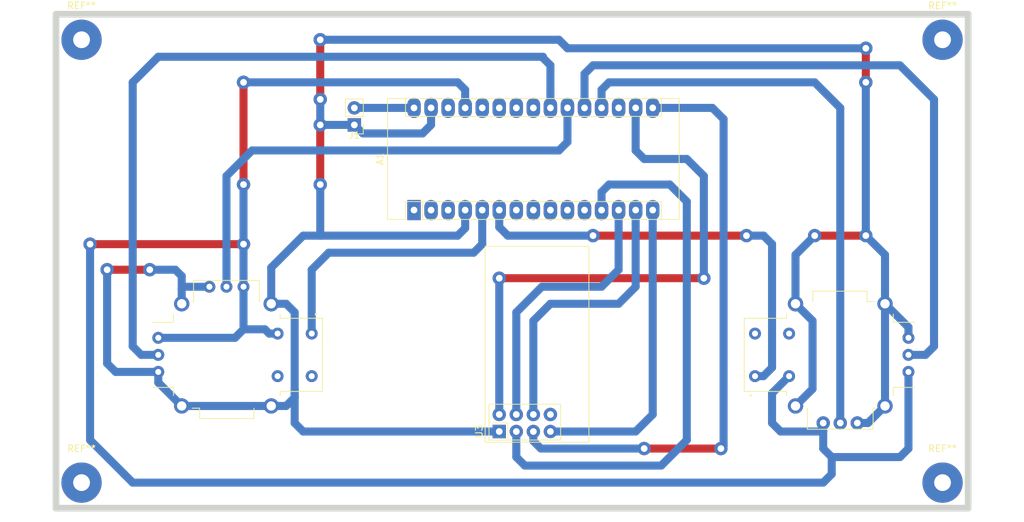
<source format=kicad_pcb>
(kicad_pcb (version 20171130) (host pcbnew "(5.1.5)-3")

  (general
    (thickness 1.6)
    (drawings 4)
    (tracks 184)
    (zones 0)
    (modules 9)
    (nets 31)
  )

  (page A4)
  (layers
    (0 F.Cu signal)
    (31 B.Cu signal)
    (32 B.Adhes user)
    (33 F.Adhes user)
    (34 B.Paste user)
    (35 F.Paste user)
    (36 B.SilkS user)
    (37 F.SilkS user)
    (38 B.Mask user)
    (39 F.Mask user)
    (40 Dwgs.User user)
    (41 Cmts.User user)
    (42 Eco1.User user)
    (43 Eco2.User user)
    (44 Edge.Cuts user)
    (45 Margin user)
    (46 B.CrtYd user)
    (47 F.CrtYd user)
    (48 B.Fab user)
    (49 F.Fab user)
  )

  (setup
    (last_trace_width 0.25)
    (trace_clearance 0.2)
    (zone_clearance 0.508)
    (zone_45_only no)
    (trace_min 0.2)
    (via_size 0.8)
    (via_drill 0.4)
    (via_min_size 0.4)
    (via_min_drill 0.3)
    (uvia_size 0.3)
    (uvia_drill 0.1)
    (uvias_allowed no)
    (uvia_min_size 0.2)
    (uvia_min_drill 0.1)
    (edge_width 0.1)
    (segment_width 0.2)
    (pcb_text_width 0.3)
    (pcb_text_size 1.5 1.5)
    (mod_edge_width 0.15)
    (mod_text_size 1 1)
    (mod_text_width 0.15)
    (pad_size 2 2)
    (pad_drill 1)
    (pad_to_mask_clearance 0)
    (aux_axis_origin 0 0)
    (visible_elements FFFFFF7F)
    (pcbplotparams
      (layerselection 0x010fc_ffffffff)
      (usegerberextensions false)
      (usegerberattributes false)
      (usegerberadvancedattributes false)
      (creategerberjobfile false)
      (excludeedgelayer true)
      (linewidth 0.100000)
      (plotframeref false)
      (viasonmask false)
      (mode 1)
      (useauxorigin false)
      (hpglpennumber 1)
      (hpglpenspeed 20)
      (hpglpendiameter 15.000000)
      (psnegative false)
      (psa4output false)
      (plotreference true)
      (plotvalue true)
      (plotinvisibletext false)
      (padsonsilk false)
      (subtractmaskfromsilk false)
      (outputformat 1)
      (mirror false)
      (drillshape 1)
      (scaleselection 1)
      (outputdirectory ""))
  )

  (net 0 "")
  (net 1 "Net-(A1-Pad16)")
  (net 2 "Net-(A1-Pad15)")
  (net 3 +BATT)
  (net 4 "Net-(A1-Pad14)")
  (net 5 GND)
  (net 6 "Net-(A1-Pad13)")
  (net 7 "Net-(A1-Pad28)")
  (net 8 "Net-(A1-Pad12)")
  (net 9 +5V)
  (net 10 "Net-(A1-Pad11)")
  (net 11 "Net-(A1-Pad26)")
  (net 12 "Net-(A1-Pad10)")
  (net 13 "Net-(A1-Pad25)")
  (net 14 "Net-(A1-Pad9)")
  (net 15 "Net-(A1-Pad24)")
  (net 16 "Net-(A1-Pad8)")
  (net 17 "Net-(A1-Pad23)")
  (net 18 "Net-(A1-Pad7)")
  (net 19 RX)
  (net 20 BTNL)
  (net 21 RY)
  (net 22 BTNR)
  (net 23 LX)
  (net 24 LY)
  (net 25 "Net-(A1-Pad3)")
  (net 26 "Net-(A1-Pad18)")
  (net 27 "Net-(A1-Pad2)")
  (net 28 +3V3)
  (net 29 "Net-(A1-Pad1)")
  (net 30 "Net-(U3-Pad8)")

  (net_class Default "This is the default net class."
    (clearance 0.2)
    (trace_width 0.25)
    (via_dia 0.8)
    (via_drill 0.4)
    (uvia_dia 0.3)
    (uvia_drill 0.1)
    (add_net +3V3)
    (add_net +5V)
    (add_net +BATT)
    (add_net BTNL)
    (add_net BTNR)
    (add_net GND)
    (add_net LX)
    (add_net LY)
    (add_net "Net-(A1-Pad1)")
    (add_net "Net-(A1-Pad10)")
    (add_net "Net-(A1-Pad11)")
    (add_net "Net-(A1-Pad12)")
    (add_net "Net-(A1-Pad13)")
    (add_net "Net-(A1-Pad14)")
    (add_net "Net-(A1-Pad15)")
    (add_net "Net-(A1-Pad16)")
    (add_net "Net-(A1-Pad18)")
    (add_net "Net-(A1-Pad2)")
    (add_net "Net-(A1-Pad23)")
    (add_net "Net-(A1-Pad24)")
    (add_net "Net-(A1-Pad25)")
    (add_net "Net-(A1-Pad26)")
    (add_net "Net-(A1-Pad28)")
    (add_net "Net-(A1-Pad3)")
    (add_net "Net-(A1-Pad7)")
    (add_net "Net-(A1-Pad8)")
    (add_net "Net-(A1-Pad9)")
    (add_net "Net-(U3-Pad8)")
    (add_net RX)
    (add_net RY)
  )

  (module Connector_Wire:SolderWirePad_1x01_Drill2.5mm (layer F.Cu) (tedit 5AEE5EC9) (tstamp 5F1F1992)
    (at 63.5 120.65)
    (descr "Wire solder connection")
    (tags connector)
    (attr virtual)
    (fp_text reference REF** (at 0 -5.08) (layer F.SilkS)
      (effects (font (size 1 1) (thickness 0.15)))
    )
    (fp_text value SolderWirePad_1x01_Drill2.5mm (at 0 5.08) (layer F.Fab)
      (effects (font (size 1 1) (thickness 0.15)))
    )
    (fp_text user %R (at 0 0) (layer F.Fab)
      (effects (font (size 1 1) (thickness 0.15)))
    )
    (fp_line (start -3.5 -3.5) (end 3.5 -3.5) (layer F.CrtYd) (width 0.05))
    (fp_line (start -3.5 -3.5) (end -3.5 3.5) (layer F.CrtYd) (width 0.05))
    (fp_line (start 3.5 3.5) (end 3.5 -3.5) (layer F.CrtYd) (width 0.05))
    (fp_line (start 3.5 3.5) (end -3.5 3.5) (layer F.CrtYd) (width 0.05))
    (pad 1 thru_hole circle (at 0 0) (size 5.99948 5.99948) (drill 2.49936) (layers *.Cu *.Mask))
  )

  (module Connector_Wire:SolderWirePad_1x01_Drill2.5mm (layer F.Cu) (tedit 5AEE5EC9) (tstamp 5F1F1975)
    (at 191.77 120.65)
    (descr "Wire solder connection")
    (tags connector)
    (attr virtual)
    (fp_text reference REF** (at 0 -5.08) (layer F.SilkS)
      (effects (font (size 1 1) (thickness 0.15)))
    )
    (fp_text value SolderWirePad_1x01_Drill2.5mm (at 0 5.08) (layer F.Fab)
      (effects (font (size 1 1) (thickness 0.15)))
    )
    (fp_text user %R (at 0 0) (layer F.Fab)
      (effects (font (size 1 1) (thickness 0.15)))
    )
    (fp_line (start -3.5 -3.5) (end 3.5 -3.5) (layer F.CrtYd) (width 0.05))
    (fp_line (start -3.5 -3.5) (end -3.5 3.5) (layer F.CrtYd) (width 0.05))
    (fp_line (start 3.5 3.5) (end 3.5 -3.5) (layer F.CrtYd) (width 0.05))
    (fp_line (start 3.5 3.5) (end -3.5 3.5) (layer F.CrtYd) (width 0.05))
    (pad 1 thru_hole circle (at 0 0) (size 5.99948 5.99948) (drill 2.49936) (layers *.Cu *.Mask))
  )

  (module Connector_Wire:SolderWirePad_1x01_Drill2.5mm (layer F.Cu) (tedit 5AEE5EC9) (tstamp 5F1F1973)
    (at 63.5 54.61)
    (descr "Wire solder connection")
    (tags connector)
    (attr virtual)
    (fp_text reference REF** (at 0 -5.08) (layer F.SilkS)
      (effects (font (size 1 1) (thickness 0.15)))
    )
    (fp_text value SolderWirePad_1x01_Drill2.5mm (at 0 5.08) (layer F.Fab)
      (effects (font (size 1 1) (thickness 0.15)))
    )
    (fp_line (start 3.5 3.5) (end -3.5 3.5) (layer F.CrtYd) (width 0.05))
    (fp_line (start 3.5 3.5) (end 3.5 -3.5) (layer F.CrtYd) (width 0.05))
    (fp_line (start -3.5 -3.5) (end -3.5 3.5) (layer F.CrtYd) (width 0.05))
    (fp_line (start -3.5 -3.5) (end 3.5 -3.5) (layer F.CrtYd) (width 0.05))
    (fp_text user %R (at 0 0) (layer F.Fab)
      (effects (font (size 1 1) (thickness 0.15)))
    )
    (pad 1 thru_hole circle (at 0 0) (size 5.99948 5.99948) (drill 2.49936) (layers *.Cu *.Mask))
  )

  (module Connector_Wire:SolderWirePad_1x01_Drill2.5mm (layer F.Cu) (tedit 5AEE5EC9) (tstamp 5F1F194E)
    (at 191.77 54.61)
    (descr "Wire solder connection")
    (tags connector)
    (attr virtual)
    (fp_text reference REF** (at 0 -5.08) (layer F.SilkS)
      (effects (font (size 1 1) (thickness 0.15)))
    )
    (fp_text value SolderWirePad_1x01_Drill2.5mm (at 0 5.08) (layer F.Fab)
      (effects (font (size 1 1) (thickness 0.15)))
    )
    (fp_line (start 3.5 3.5) (end -3.5 3.5) (layer F.CrtYd) (width 0.05))
    (fp_line (start 3.5 3.5) (end 3.5 -3.5) (layer F.CrtYd) (width 0.05))
    (fp_line (start -3.5 -3.5) (end -3.5 3.5) (layer F.CrtYd) (width 0.05))
    (fp_line (start -3.5 -3.5) (end 3.5 -3.5) (layer F.CrtYd) (width 0.05))
    (fp_text user %R (at 0 0) (layer F.Fab)
      (effects (font (size 1 1) (thickness 0.15)))
    )
    (pad 1 thru_hole circle (at 0 0) (size 5.99948 5.99948) (drill 2.49936) (layers *.Cu *.Mask))
  )

  (module RF_Module:nRF24L01_Breakout (layer F.Cu) (tedit 5F1EA373) (tstamp 5F1EA4D1)
    (at 125.73 113.03 90)
    (descr "nRF24L01 breakout board")
    (tags "nRF24L01 adapter breakout")
    (path /5F1E5B97)
    (fp_text reference U3 (at 0 -3 90) (layer F.SilkS)
      (effects (font (size 1 1) (thickness 0.15)))
    )
    (fp_text value NRF24L01_Breakout (at 13 5 90) (layer F.Fab)
      (effects (font (size 1 1) (thickness 0.15)))
    )
    (fp_text user %R (at 12.5 2.5 90) (layer F.Fab)
      (effects (font (size 1 1) (thickness 0.15)))
    )
    (fp_line (start 27.75 -2.25) (end 27.75 -2.25) (layer F.CrtYd) (width 0.05))
    (fp_line (start 27.75 13.5) (end 27.75 -2.25) (layer F.CrtYd) (width 0.05))
    (fp_line (start -1.75 13.5) (end 27.75 13.5) (layer F.CrtYd) (width 0.05))
    (fp_line (start -1.75 -2.25) (end -1.75 13.5) (layer F.CrtYd) (width 0.05))
    (fp_line (start 27.75 -2.25) (end -1.75 -2.25) (layer F.CrtYd) (width 0.05))
    (fp_line (start -1.27 -1.524) (end -1.27 -1.524) (layer F.SilkS) (width 0.12))
    (fp_line (start -1.27 9.144) (end -1.27 -1.524) (layer F.SilkS) (width 0.12))
    (fp_line (start -1.6 -2.1) (end -1.6 -2.1) (layer F.SilkS) (width 0.12))
    (fp_line (start -1.6 13.35) (end -1.6 -2.1) (layer F.SilkS) (width 0.12))
    (fp_line (start 27.6 13.35) (end -1.6 13.35) (layer F.SilkS) (width 0.12))
    (fp_line (start 27.6 -2.1) (end 27.6 13.35) (layer F.SilkS) (width 0.12))
    (fp_line (start -1.6 -2.1) (end 27.6 -2.1) (layer F.SilkS) (width 0.12))
    (fp_line (start -1.016 1.27) (end -1.016 1.27) (layer F.SilkS) (width 0.12))
    (fp_line (start 1.27 1.27) (end -1.016 1.27) (layer F.SilkS) (width 0.12))
    (fp_line (start 1.27 -1.016) (end 1.27 1.27) (layer F.SilkS) (width 0.12))
    (fp_line (start -1.27 9.144) (end -1.27 9.144) (layer F.SilkS) (width 0.12))
    (fp_line (start 4.064 9.144) (end -1.27 9.144) (layer F.SilkS) (width 0.12))
    (fp_line (start 4.064 -1.524) (end 4.064 9.144) (layer F.SilkS) (width 0.12))
    (fp_line (start -1.27 -1.524) (end 4.064 -1.524) (layer F.SilkS) (width 0.12))
    (fp_line (start -1.27 -1.27) (end -1.27 -1.27) (layer F.Fab) (width 0.1))
    (fp_line (start -1.27 8.89) (end -1.27 -1.27) (layer F.Fab) (width 0.1))
    (fp_line (start 3.81 8.89) (end -1.27 8.89) (layer F.Fab) (width 0.1))
    (fp_line (start 3.81 -1.27) (end 3.81 8.89) (layer F.Fab) (width 0.1))
    (fp_line (start -1.27 -1.27) (end 3.81 -1.27) (layer F.Fab) (width 0.1))
    (fp_line (start -1.5 -2) (end -1.5 -2) (layer F.Fab) (width 0.1))
    (fp_line (start -1.5 13.25) (end -1.5 -2) (layer F.Fab) (width 0.1))
    (fp_line (start 27.5 13.25) (end -1.5 13.25) (layer F.Fab) (width 0.1))
    (fp_line (start 27.5 -2) (end 27.5 13.25) (layer F.Fab) (width 0.1))
    (fp_line (start -1.5 -2) (end 27.5 -2) (layer F.Fab) (width 0.1))
    (pad 8 thru_hole circle (at 2.54 7.62 90) (size 2 2) (drill 1) (layers *.Cu *.Mask)
      (net 30 "Net-(U3-Pad8)"))
    (pad 7 thru_hole circle (at 0 7.62 90) (size 2 2) (drill 1) (layers *.Cu *.Mask)
      (net 2 "Net-(A1-Pad15)"))
    (pad 6 thru_hole circle (at 2.54 5.08 90) (size 2 2) (drill 1) (layers *.Cu *.Mask)
      (net 4 "Net-(A1-Pad14)"))
    (pad 5 thru_hole circle (at 0 5.08 90) (size 2 2) (drill 1) (layers *.Cu *.Mask)
      (net 1 "Net-(A1-Pad16)"))
    (pad 4 thru_hole circle (at 2.54 2.54 90) (size 2 2) (drill 1) (layers *.Cu *.Mask)
      (net 6 "Net-(A1-Pad13)"))
    (pad 3 thru_hole circle (at 0 2.54 90) (size 2 2) (drill 1) (layers *.Cu *.Mask)
      (net 8 "Net-(A1-Pad12)"))
    (pad 2 thru_hole circle (at 2.54 0 90) (size 2 2) (drill 1) (layers *.Cu *.Mask)
      (net 28 +3V3))
    (pad 1 thru_hole rect (at 0 0 90) (size 2 2) (drill 1) (layers *.Cu *.Mask)
      (net 5 GND))
    (model ${KISYS3DMOD}/RF_Module.3dshapes/nRF24L01_Breakout.wrl
      (at (xyz 0 0 0))
      (scale (xyz 1 1 1))
      (rotate (xyz 0 0 0))
    )
  )

  (module Module:Arduino_Nano (layer F.Cu) (tedit 5F1EA323) (tstamp 5F1EA413)
    (at 113.03 80.01 90)
    (descr "Arduino Nano, http://www.mouser.com/pdfdocs/Gravitech_Arduino_Nano3_0.pdf")
    (tags "Arduino Nano")
    (path /5F1EAF4A)
    (fp_text reference A1 (at 7.62 -5.08 90) (layer F.SilkS)
      (effects (font (size 1 1) (thickness 0.15)))
    )
    (fp_text value "Arduino NANO v2.x" (at 8.89 19.05 180) (layer F.Fab)
      (effects (font (size 1 1) (thickness 0.15)))
    )
    (fp_line (start 16.75 42.16) (end -1.53 42.16) (layer F.CrtYd) (width 0.05))
    (fp_line (start 16.75 42.16) (end 16.75 -4.06) (layer F.CrtYd) (width 0.05))
    (fp_line (start -1.53 -4.06) (end -1.53 42.16) (layer F.CrtYd) (width 0.05))
    (fp_line (start -1.53 -4.06) (end 16.75 -4.06) (layer F.CrtYd) (width 0.05))
    (fp_line (start 16.51 -3.81) (end 16.51 39.37) (layer F.Fab) (width 0.1))
    (fp_line (start 0 -3.81) (end 16.51 -3.81) (layer F.Fab) (width 0.1))
    (fp_line (start -1.27 -2.54) (end 0 -3.81) (layer F.Fab) (width 0.1))
    (fp_line (start -1.27 39.37) (end -1.27 -2.54) (layer F.Fab) (width 0.1))
    (fp_line (start 16.51 39.37) (end -1.27 39.37) (layer F.Fab) (width 0.1))
    (fp_line (start 16.64 -3.94) (end -1.4 -3.94) (layer F.SilkS) (width 0.12))
    (fp_line (start 16.64 39.5) (end 16.64 -3.94) (layer F.SilkS) (width 0.12))
    (fp_line (start -1.4 39.5) (end 16.64 39.5) (layer F.SilkS) (width 0.12))
    (fp_line (start 3.81 41.91) (end 3.81 31.75) (layer F.Fab) (width 0.1))
    (fp_line (start 11.43 41.91) (end 3.81 41.91) (layer F.Fab) (width 0.1))
    (fp_line (start 11.43 31.75) (end 11.43 41.91) (layer F.Fab) (width 0.1))
    (fp_line (start 3.81 31.75) (end 11.43 31.75) (layer F.Fab) (width 0.1))
    (fp_line (start 1.27 36.83) (end -1.4 36.83) (layer F.SilkS) (width 0.12))
    (fp_line (start 1.27 1.27) (end 1.27 36.83) (layer F.SilkS) (width 0.12))
    (fp_line (start 1.27 1.27) (end -1.4 1.27) (layer F.SilkS) (width 0.12))
    (fp_line (start 13.97 36.83) (end 16.64 36.83) (layer F.SilkS) (width 0.12))
    (fp_line (start 13.97 -1.27) (end 13.97 36.83) (layer F.SilkS) (width 0.12))
    (fp_line (start 13.97 -1.27) (end 16.64 -1.27) (layer F.SilkS) (width 0.12))
    (fp_line (start -1.4 -3.94) (end -1.4 -1.27) (layer F.SilkS) (width 0.12))
    (fp_line (start -1.4 1.27) (end -1.4 39.5) (layer F.SilkS) (width 0.12))
    (fp_line (start 1.27 -1.27) (end -1.4 -1.27) (layer F.SilkS) (width 0.12))
    (fp_line (start 1.27 1.27) (end 1.27 -1.27) (layer F.SilkS) (width 0.12))
    (fp_text user %R (at 6.35 19.05 180) (layer F.Fab)
      (effects (font (size 1 1) (thickness 0.15)))
    )
    (pad 16 thru_hole oval (at 15.24 35.56 90) (size 3 2) (drill 1) (layers *.Cu *.Mask)
      (net 1 "Net-(A1-Pad16)"))
    (pad 15 thru_hole oval (at 0 35.56 90) (size 3 2) (drill 1) (layers *.Cu *.Mask)
      (net 2 "Net-(A1-Pad15)"))
    (pad 30 thru_hole oval (at 15.24 0 90) (size 3 2) (drill 1) (layers *.Cu *.Mask)
      (net 3 +BATT))
    (pad 14 thru_hole oval (at 0 33.02 90) (size 3 2) (drill 1) (layers *.Cu *.Mask)
      (net 4 "Net-(A1-Pad14)"))
    (pad 29 thru_hole oval (at 15.24 2.54 90) (size 3 2) (drill 1) (layers *.Cu *.Mask)
      (net 5 GND))
    (pad 13 thru_hole oval (at 0 30.48 90) (size 3 2) (drill 1) (layers *.Cu *.Mask)
      (net 6 "Net-(A1-Pad13)"))
    (pad 28 thru_hole oval (at 15.24 5.08 90) (size 3 2) (drill 1) (layers *.Cu *.Mask)
      (net 7 "Net-(A1-Pad28)"))
    (pad 12 thru_hole oval (at 0 27.94 90) (size 3 2) (drill 1) (layers *.Cu *.Mask)
      (net 8 "Net-(A1-Pad12)"))
    (pad 27 thru_hole oval (at 15.24 7.62 90) (size 3 2) (drill 1) (layers *.Cu *.Mask)
      (net 9 +5V))
    (pad 11 thru_hole oval (at 0 25.4 90) (size 3 2) (drill 1) (layers *.Cu *.Mask)
      (net 10 "Net-(A1-Pad11)"))
    (pad 26 thru_hole oval (at 15.24 10.16 90) (size 3 2) (drill 1) (layers *.Cu *.Mask)
      (net 11 "Net-(A1-Pad26)"))
    (pad 10 thru_hole oval (at 0 22.86 90) (size 3 2) (drill 1) (layers *.Cu *.Mask)
      (net 12 "Net-(A1-Pad10)"))
    (pad 25 thru_hole oval (at 15.24 12.7 90) (size 3 2) (drill 1) (layers *.Cu *.Mask)
      (net 13 "Net-(A1-Pad25)"))
    (pad 9 thru_hole oval (at 0 20.32 90) (size 3 2) (drill 1) (layers *.Cu *.Mask)
      (net 14 "Net-(A1-Pad9)"))
    (pad 24 thru_hole oval (at 15.24 15.24 90) (size 3 2) (drill 1) (layers *.Cu *.Mask)
      (net 15 "Net-(A1-Pad24)"))
    (pad 8 thru_hole oval (at 0 17.78 90) (size 3 2) (drill 1) (layers *.Cu *.Mask)
      (net 16 "Net-(A1-Pad8)"))
    (pad 23 thru_hole oval (at 15.24 17.78 90) (size 3 2) (drill 1) (layers *.Cu *.Mask)
      (net 17 "Net-(A1-Pad23)"))
    (pad 7 thru_hole oval (at 0 15.24 90) (size 3 2) (drill 1) (layers *.Cu *.Mask)
      (net 18 "Net-(A1-Pad7)"))
    (pad 22 thru_hole oval (at 15.24 20.32 90) (size 3 2) (drill 1) (layers *.Cu *.Mask)
      (net 19 RX))
    (pad 6 thru_hole oval (at 0 12.7 90) (size 3 2) (drill 1) (layers *.Cu *.Mask)
      (net 20 BTNL))
    (pad 21 thru_hole oval (at 15.24 22.86 90) (size 3 2) (drill 1) (layers *.Cu *.Mask)
      (net 21 RY))
    (pad 5 thru_hole oval (at 0 10.16 90) (size 3 2) (drill 1) (layers *.Cu *.Mask)
      (net 22 BTNR))
    (pad 20 thru_hole oval (at 15.24 25.4 90) (size 3 2) (drill 1) (layers *.Cu *.Mask)
      (net 23 LX))
    (pad 4 thru_hole oval (at 0 7.62 90) (size 3 2) (drill 1) (layers *.Cu *.Mask)
      (net 5 GND))
    (pad 19 thru_hole oval (at 15.24 27.94 90) (size 3 2) (drill 1) (layers *.Cu *.Mask)
      (net 24 LY))
    (pad 3 thru_hole oval (at 0 5.08 90) (size 3 2) (drill 1) (layers *.Cu *.Mask)
      (net 25 "Net-(A1-Pad3)"))
    (pad 18 thru_hole oval (at 15.24 30.48 90) (size 3 2) (drill 1) (layers *.Cu *.Mask)
      (net 26 "Net-(A1-Pad18)"))
    (pad 2 thru_hole oval (at 0 2.54 90) (size 3 2) (drill 1) (layers *.Cu *.Mask)
      (net 27 "Net-(A1-Pad2)"))
    (pad 17 thru_hole oval (at 15.24 33.02 90) (size 3 2) (drill 1) (layers *.Cu *.Mask)
      (net 28 +3V3))
    (pad 1 thru_hole rect (at 0 0 90) (size 3 2) (drill 1) (layers *.Cu *.Mask)
      (net 29 "Net-(A1-Pad1)"))
    (model ${KISYS3DMOD}/Module.3dshapes/Arduino_Nano_WithMountingHoles.wrl
      (at (xyz 0 0 0))
      (scale (xyz 1 1 1))
      (rotate (xyz 0 0 0))
    )
  )

  (module Connector_PinHeader_2.54mm:PinHeader_1x02_P2.54mm_Vertical (layer F.Cu) (tedit 5F1EA39B) (tstamp 5F1EA42B)
    (at 104.14 67.31 180)
    (descr "Through hole straight pin header, 1x02, 2.54mm pitch, single row")
    (tags "Through hole pin header THT 1x02 2.54mm single row")
    (path /5F1EE47F)
    (fp_text reference J1 (at 0 -1.56) (layer F.SilkS)
      (effects (font (size 1 1) (thickness 0.15)))
    )
    (fp_text value POWER (at 0 2.56) (layer F.Fab)
      (effects (font (size 1 1) (thickness 0.15)))
    )
    (fp_text user %R (at 0 0.5 90) (layer F.Fab)
      (effects (font (size 0.76 0.76) (thickness 0.114)))
    )
    (fp_line (start 1.8 -1.8) (end -1.8 -1.8) (layer F.CrtYd) (width 0.05))
    (fp_line (start 1.8 4.35) (end 1.8 -1.8) (layer F.CrtYd) (width 0.05))
    (fp_line (start -1.8 4.35) (end 1.8 4.35) (layer F.CrtYd) (width 0.05))
    (fp_line (start -1.8 -1.8) (end -1.8 4.35) (layer F.CrtYd) (width 0.05))
    (fp_line (start -1.33 -1.33) (end 0 -1.33) (layer F.SilkS) (width 0.12))
    (fp_line (start -1.33 0) (end -1.33 -1.33) (layer F.SilkS) (width 0.12))
    (fp_line (start -1.33 1.27) (end 1.33 1.27) (layer F.SilkS) (width 0.12))
    (fp_line (start 1.33 1.27) (end 1.33 3.87) (layer F.SilkS) (width 0.12))
    (fp_line (start -1.33 1.27) (end -1.33 3.87) (layer F.SilkS) (width 0.12))
    (fp_line (start -1.33 3.87) (end 1.33 3.87) (layer F.SilkS) (width 0.12))
    (fp_line (start -1.27 -0.635) (end -0.635 -1.27) (layer F.Fab) (width 0.1))
    (fp_line (start -1.27 3.81) (end -1.27 -0.635) (layer F.Fab) (width 0.1))
    (fp_line (start 1.27 3.81) (end -1.27 3.81) (layer F.Fab) (width 0.1))
    (fp_line (start 1.27 -1.27) (end 1.27 3.81) (layer F.Fab) (width 0.1))
    (fp_line (start -0.635 -1.27) (end 1.27 -1.27) (layer F.Fab) (width 0.1))
    (pad 2 thru_hole oval (at 0 2.54 180) (size 2 2) (drill 1) (layers *.Cu *.Mask)
      (net 3 +BATT))
    (pad 1 thru_hole rect (at 0 0 180) (size 2 2) (drill 1) (layers *.Cu *.Mask)
      (net 5 GND))
    (model ${KISYS3DMOD}/Connector_PinHeader_2.54mm.3dshapes/PinHeader_1x02_P2.54mm_Vertical.wrl
      (at (xyz 0 0 0))
      (scale (xyz 1 1 1))
      (rotate (xyz 0 0 0))
    )
  )

  (module COM-09032:XDCR_COM-09032 (layer F.Cu) (tedit 5F1DEEC2) (tstamp 5F1EA4A7)
    (at 85.09 101.6 270)
    (path /5F1DD198)
    (fp_text reference U2 (at -2.625 -15.235 90) (layer F.SilkS)
      (effects (font (size 1 1) (thickness 0.015)))
    )
    (fp_text value "RIGHT JOYSTICK" (at 3.09 14.265 90) (layer F.Fab)
      (effects (font (size 1 1) (thickness 0.015)))
    )
    (fp_circle (center -6.05 -13.35) (end -5.95 -13.35) (layer F.SilkS) (width 0.2))
    (fp_circle (center -6.05 -13.35) (end -5.95 -13.35) (layer F.Fab) (width 0.2))
    (fp_arc (start -0.05 -0.097339) (end -5.8 -12.35) (angle -309.72) (layer F.CrtYd) (width 0.05))
    (fp_line (start 5.7 -14.6) (end 5.7 -12.35) (layer F.CrtYd) (width 0.05))
    (fp_line (start -5.8 -14.6) (end 5.7 -14.6) (layer F.CrtYd) (width 0.05))
    (fp_line (start -5.8 -12.35) (end -5.8 -14.6) (layer F.CrtYd) (width 0.05))
    (fp_line (start -11.1 -4.9) (end -7.95 -4.9) (layer F.SilkS) (width 0.127))
    (fp_line (start -11.1 4.9) (end -11.1 -4.9) (layer F.SilkS) (width 0.127))
    (fp_line (start -7.95 4.9) (end -11.1 4.9) (layer F.SilkS) (width 0.127))
    (fp_line (start -7.95 5.17) (end -7.95 4.9) (layer F.SilkS) (width 0.127))
    (fp_line (start -4.85 7.9) (end -6.07 7.9) (layer F.SilkS) (width 0.127))
    (fp_line (start -4.85 11.1) (end -4.85 7.9) (layer F.SilkS) (width 0.127))
    (fp_line (start 4.85 7.9) (end 4.85 11.1) (layer F.SilkS) (width 0.127))
    (fp_line (start 6.08 7.9) (end 4.85 7.9) (layer F.SilkS) (width 0.127))
    (fp_line (start 7.95 4) (end 7.95 5.12) (layer F.SilkS) (width 0.127))
    (fp_line (start 9.5 4) (end 7.95 4) (layer F.SilkS) (width 0.127))
    (fp_line (start 9.5 -4.1) (end 9.5 4) (layer F.SilkS) (width 0.127))
    (fp_line (start 7.95 -4.1) (end 9.5 -4.1) (layer F.SilkS) (width 0.127))
    (fp_line (start 5.45 -8) (end 6.08 -8) (layer F.SilkS) (width 0.127))
    (fp_line (start 5.45 -14.3) (end 5.45 -8) (layer F.SilkS) (width 0.127))
    (fp_line (start -5.45 -14.3) (end 5.45 -14.3) (layer F.SilkS) (width 0.127))
    (fp_line (start -5.45 -8) (end -5.45 -14.3) (layer F.SilkS) (width 0.127))
    (fp_line (start -6.07 -8) (end -5.45 -8) (layer F.SilkS) (width 0.127))
    (fp_arc (start 0 -0.062154) (end 5.45 -12.15) (angle 311.462) (layer F.Fab) (width 0.127))
    (fp_line (start -7.95 4.9) (end -7.95 7.9) (layer F.Fab) (width 0.127))
    (fp_line (start -7.95 -4.9) (end -7.95 -8) (layer F.Fab) (width 0.127))
    (fp_line (start -11.1 -4.9) (end -11.1 4.9) (layer F.Fab) (width 0.127))
    (fp_line (start -7.95 4.9) (end -11.1 4.9) (layer F.Fab) (width 0.127))
    (fp_line (start -7.95 -4.9) (end -11.1 -4.9) (layer F.Fab) (width 0.127))
    (fp_line (start -5.45 -14.3) (end -5.45 -8) (layer F.Fab) (width 0.127))
    (fp_line (start 5.45 -14.3) (end 5.45 -8) (layer F.Fab) (width 0.127))
    (fp_line (start -5.45 -8) (end -7.95 -8) (layer F.Fab) (width 0.127))
    (fp_line (start 7.95 -8) (end 5.45 -8) (layer F.Fab) (width 0.127))
    (fp_line (start 7.95 4) (end 9.5 4) (layer F.Fab) (width 0.127))
    (fp_line (start 7.95 -4.1) (end 9.5 -4.1) (layer F.Fab) (width 0.127))
    (fp_line (start 7.95 4) (end 7.95 7.9) (layer F.Fab) (width 0.127))
    (fp_line (start 7.95 -4.1) (end 7.95 -8) (layer F.Fab) (width 0.127))
    (fp_line (start 9.5 -4.1) (end 9.5 4) (layer F.Fab) (width 0.127))
    (fp_line (start -4.85 7.9) (end -7.95 7.9) (layer F.Fab) (width 0.127))
    (fp_line (start 4.85 7.9) (end 7.95 7.9) (layer F.Fab) (width 0.127))
    (fp_line (start -4.85 11.1) (end -4.85 7.9) (layer F.Fab) (width 0.127))
    (fp_line (start 4.85 11.1) (end 4.85 7.9) (layer F.Fab) (width 0.127))
    (fp_line (start 4.85 11.1) (end -4.85 11.1) (layer F.Fab) (width 0.127))
    (fp_line (start 5.45 -14.3) (end -5.45 -14.3) (layer F.Fab) (width 0.127))
    (pad V3 thru_hole circle (at -10.16 2.54 270) (size 1.778 1.778) (drill 0.889) (layers *.Cu *.Mask)
      (net 5 GND))
    (pad V2 thru_hole circle (at -10.16 0 270) (size 1.778 1.778) (drill 0.889) (layers *.Cu *.Mask)
      (net 21 RY))
    (pad V1 thru_hole circle (at -10.16 -2.54 270) (size 1.778 1.778) (drill 0.889) (layers *.Cu *.Mask)
      (net 9 +5V))
    (pad S4 thru_hole circle (at 7.62 -6.6675 270) (size 2.286 2.286) (drill 1.397) (layers *.Cu *.Mask)
      (net 5 GND))
    (pad S3 thru_hole circle (at 7.62 6.6675 270) (size 2.286 2.286) (drill 1.397) (layers *.Cu *.Mask)
      (net 5 GND))
    (pad S2 thru_hole circle (at -7.62 6.6675 270) (size 2.286 2.286) (drill 1.397) (layers *.Cu *.Mask)
      (net 5 GND))
    (pad S1 thru_hole circle (at -7.62 -6.6675 270) (size 2.286 2.286) (drill 1.397) (layers *.Cu *.Mask)
      (net 5 GND))
    (pad H3 thru_hole circle (at 2.54 10.16 270) (size 1.778 1.778) (drill 0.889) (layers *.Cu *.Mask)
      (net 5 GND))
    (pad H2 thru_hole circle (at 0 10.16 270) (size 1.778 1.778) (drill 0.889) (layers *.Cu *.Mask)
      (net 19 RX))
    (pad H1 thru_hole circle (at -2.54 10.16 270) (size 1.778 1.778) (drill 0.889) (layers *.Cu *.Mask)
      (net 9 +5V))
    (pad B2B thru_hole circle (at 3.175 -7.62 270) (size 1.778 1.778) (drill 0.9) (layers *.Cu *.Mask))
    (pad B2A thru_hole circle (at -3.175 -7.62 270) (size 1.778 1.778) (drill 0.9) (layers *.Cu *.Mask)
      (net 9 +5V))
    (pad B1B thru_hole circle (at 3.175 -12.7 270) (size 1.778 1.778) (drill 0.9) (layers *.Cu *.Mask))
    (pad B1A thru_hole circle (at -3.175 -12.7 270) (size 1.778 1.778) (drill 0.9) (layers *.Cu *.Mask)
      (net 22 BTNR))
    (model ${KIPRJMOD}/COM-09032--3DModel-STEP-56544.STEP
      (offset (xyz -8 -8 0))
      (scale (xyz 1 1 1))
      (rotate (xyz 0 0 0))
    )
  )

  (module COM-09032:XDCR_COM-09032 (layer F.Cu) (tedit 5F1EAF78) (tstamp 5F1EA469)
    (at 176.53 101.6 90)
    (path /5F1DB2A4)
    (fp_text reference U1 (at -2.625 -15.235 90) (layer F.SilkS)
      (effects (font (size 1 1) (thickness 0.015)))
    )
    (fp_text value "LEFT JOYSTICK" (at 3.09 14.265 90) (layer F.Fab)
      (effects (font (size 1 1) (thickness 0.015)))
    )
    (fp_circle (center -6.05 -13.35) (end -5.95 -13.35) (layer F.SilkS) (width 0.2))
    (fp_circle (center -6.05 -13.35) (end -5.95 -13.35) (layer F.Fab) (width 0.2))
    (fp_arc (start -0.05 -0.097339) (end -5.8 -12.35) (angle -309.72) (layer F.CrtYd) (width 0.05))
    (fp_line (start 5.7 -14.6) (end 5.7 -12.35) (layer F.CrtYd) (width 0.05))
    (fp_line (start -5.8 -14.6) (end 5.7 -14.6) (layer F.CrtYd) (width 0.05))
    (fp_line (start -5.8 -12.35) (end -5.8 -14.6) (layer F.CrtYd) (width 0.05))
    (fp_line (start -11.1 -4.9) (end -7.95 -4.9) (layer F.SilkS) (width 0.127))
    (fp_line (start -11.1 4.9) (end -11.1 -4.9) (layer F.SilkS) (width 0.127))
    (fp_line (start -7.95 4.9) (end -11.1 4.9) (layer F.SilkS) (width 0.127))
    (fp_line (start -7.95 5.17) (end -7.95 4.9) (layer F.SilkS) (width 0.127))
    (fp_line (start -4.85 7.9) (end -6.07 7.9) (layer F.SilkS) (width 0.127))
    (fp_line (start -4.85 11.1) (end -4.85 7.9) (layer F.SilkS) (width 0.127))
    (fp_line (start 4.85 7.9) (end 4.85 11.1) (layer F.SilkS) (width 0.127))
    (fp_line (start 6.08 7.9) (end 4.85 7.9) (layer F.SilkS) (width 0.127))
    (fp_line (start 7.95 4) (end 7.95 5.12) (layer F.SilkS) (width 0.127))
    (fp_line (start 9.5 4) (end 7.95 4) (layer F.SilkS) (width 0.127))
    (fp_line (start 9.5 -4.1) (end 9.5 4) (layer F.SilkS) (width 0.127))
    (fp_line (start 7.95 -4.1) (end 9.5 -4.1) (layer F.SilkS) (width 0.127))
    (fp_line (start 5.45 -8) (end 6.08 -8) (layer F.SilkS) (width 0.127))
    (fp_line (start 5.45 -14.3) (end 5.45 -8) (layer F.SilkS) (width 0.127))
    (fp_line (start -5.45 -14.3) (end 5.45 -14.3) (layer F.SilkS) (width 0.127))
    (fp_line (start -5.45 -8) (end -5.45 -14.3) (layer F.SilkS) (width 0.127))
    (fp_line (start -6.07 -8) (end -5.45 -8) (layer F.SilkS) (width 0.127))
    (fp_arc (start 0 -0.062154) (end 5.45 -12.15) (angle 311.462) (layer F.Fab) (width 0.127))
    (fp_line (start -7.95 4.9) (end -7.95 7.9) (layer F.Fab) (width 0.127))
    (fp_line (start -7.95 -4.9) (end -7.95 -8) (layer F.Fab) (width 0.127))
    (fp_line (start -11.1 -4.9) (end -11.1 4.9) (layer F.Fab) (width 0.127))
    (fp_line (start -7.95 4.9) (end -11.1 4.9) (layer F.Fab) (width 0.127))
    (fp_line (start -7.95 -4.9) (end -11.1 -4.9) (layer F.Fab) (width 0.127))
    (fp_line (start -5.45 -14.3) (end -5.45 -8) (layer F.Fab) (width 0.127))
    (fp_line (start 5.45 -14.3) (end 5.45 -8) (layer F.Fab) (width 0.127))
    (fp_line (start -5.45 -8) (end -7.95 -8) (layer F.Fab) (width 0.127))
    (fp_line (start 7.95 -8) (end 5.45 -8) (layer F.Fab) (width 0.127))
    (fp_line (start 7.95 4) (end 9.5 4) (layer F.Fab) (width 0.127))
    (fp_line (start 7.95 -4.1) (end 9.5 -4.1) (layer F.Fab) (width 0.127))
    (fp_line (start 7.95 4) (end 7.95 7.9) (layer F.Fab) (width 0.127))
    (fp_line (start 7.95 -4.1) (end 7.95 -8) (layer F.Fab) (width 0.127))
    (fp_line (start 9.5 -4.1) (end 9.5 4) (layer F.Fab) (width 0.127))
    (fp_line (start -4.85 7.9) (end -7.95 7.9) (layer F.Fab) (width 0.127))
    (fp_line (start 4.85 7.9) (end 7.95 7.9) (layer F.Fab) (width 0.127))
    (fp_line (start -4.85 11.1) (end -4.85 7.9) (layer F.Fab) (width 0.127))
    (fp_line (start 4.85 11.1) (end 4.85 7.9) (layer F.Fab) (width 0.127))
    (fp_line (start 4.85 11.1) (end -4.85 11.1) (layer F.Fab) (width 0.127))
    (fp_line (start 5.45 -14.3) (end -5.45 -14.3) (layer F.Fab) (width 0.127))
    (pad V3 thru_hole circle (at -10.16 2.54 90) (size 2 2) (drill 1) (layers *.Cu *.Mask)
      (net 5 GND))
    (pad V2 thru_hole circle (at -10.16 0 90) (size 2 2) (drill 1) (layers *.Cu *.Mask)
      (net 24 LY))
    (pad V1 thru_hole circle (at -10.16 -2.54 90) (size 2 2) (drill 1) (layers *.Cu *.Mask)
      (net 9 +5V))
    (pad S4 thru_hole circle (at 7.62 -6.6675 90) (size 2.286 2.286) (drill 1.397) (layers *.Cu *.Mask)
      (net 5 GND))
    (pad S3 thru_hole circle (at 7.62 6.6675 90) (size 2.286 2.286) (drill 1.397) (layers *.Cu *.Mask)
      (net 5 GND))
    (pad S2 thru_hole circle (at -7.62 6.6675 90) (size 2.286 2.286) (drill 1.397) (layers *.Cu *.Mask)
      (net 5 GND))
    (pad S1 thru_hole circle (at -7.62 -6.6675 90) (size 2.286 2.286) (drill 1.397) (layers *.Cu *.Mask)
      (net 5 GND))
    (pad H3 thru_hole circle (at 2.54 10.16 90) (size 1.778 1.778) (drill 0.889) (layers *.Cu *.Mask)
      (net 5 GND))
    (pad H2 thru_hole circle (at 0 10.16 90) (size 1.778 1.778) (drill 0.889) (layers *.Cu *.Mask)
      (net 23 LX))
    (pad H1 thru_hole circle (at -2.54 10.16 90) (size 1.778 1.778) (drill 0.889) (layers *.Cu *.Mask)
      (net 9 +5V))
    (pad B2B thru_hole circle (at 3.175 -7.62 90) (size 1.778 1.778) (drill 0.9) (layers *.Cu *.Mask))
    (pad B2A thru_hole circle (at -3.175 -7.62 90) (size 1.778 1.778) (drill 0.9) (layers *.Cu *.Mask)
      (net 9 +5V))
    (pad B1B thru_hole circle (at 3.175 -12.7 90) (size 1.778 1.778) (drill 0.9) (layers *.Cu *.Mask))
    (pad B1A thru_hole circle (at -3.175 -12.7 90) (size 1.778 1.778) (drill 0.9) (layers *.Cu *.Mask)
      (net 20 BTNL))
    (model ${KIPRJMOD}/COM-09032--3DModel-STEP-56544.STEP
      (offset (xyz -8 -8 0))
      (scale (xyz 1 1 1))
      (rotate (xyz 0 0 0))
    )
  )

  (gr_line (start 195.58 50.8) (end 195.58 124.46) (layer Edge.Cuts) (width 1))
  (gr_line (start 59.69 50.8) (end 195.58 50.8) (layer Edge.Cuts) (width 1))
  (gr_line (start 59.69 124.46) (end 59.69 50.8) (layer Edge.Cuts) (width 1))
  (gr_line (start 195.58 124.46) (end 59.69 124.46) (layer Edge.Cuts) (width 1))

  (segment (start 130.81 114.444213) (end 131.935787 115.57) (width 1.2) (layer B.Cu) (net 1))
  (segment (start 130.81 113.03) (end 130.81 114.444213) (width 1.2) (layer B.Cu) (net 1))
  (via (at 147.32 115.57) (size 2) (drill 1) (layers F.Cu B.Cu) (net 1))
  (segment (start 131.935787 115.57) (end 145.489913 115.57) (width 1.2) (layer B.Cu) (net 1))
  (segment (start 145.489913 115.57) (end 147.32 115.57) (width 1.2) (layer B.Cu) (net 1))
  (via (at 158.75 115.57) (size 2) (drill 1) (layers F.Cu B.Cu) (net 1))
  (segment (start 147.32 115.57) (end 158.75 115.57) (width 1.2) (layer F.Cu) (net 1))
  (segment (start 159.149999 115.170001) (end 159.149999 66.439999) (width 1.2) (layer B.Cu) (net 1))
  (segment (start 158.75 115.57) (end 159.149999 115.170001) (width 1.2) (layer B.Cu) (net 1))
  (segment (start 157.48 64.77) (end 148.59 64.77) (width 1.2) (layer B.Cu) (net 1))
  (segment (start 159.149999 66.439999) (end 157.48 64.77) (width 1.2) (layer B.Cu) (net 1))
  (segment (start 148.59 80.01) (end 148.59 110.49) (width 1.2) (layer B.Cu) (net 2))
  (segment (start 146.05 113.03) (end 133.35 113.03) (width 1.2) (layer B.Cu) (net 2))
  (segment (start 148.59 110.49) (end 146.05 113.03) (width 1.2) (layer B.Cu) (net 2))
  (segment (start 104.14 64.77) (end 113.03 64.77) (width 1.2) (layer B.Cu) (net 3))
  (segment (start 130.81 110.49) (end 130.81 96.52) (width 1.2) (layer B.Cu) (net 4))
  (segment (start 130.81 96.52) (end 133.35 93.98) (width 1.2) (layer B.Cu) (net 4))
  (segment (start 133.35 93.98) (end 143.51 93.98) (width 1.2) (layer B.Cu) (net 4))
  (segment (start 146.05 91.44) (end 146.05 80.01) (width 1.2) (layer B.Cu) (net 4))
  (segment (start 143.51 93.98) (end 146.05 91.44) (width 1.2) (layer B.Cu) (net 4))
  (segment (start 104.14 67.31) (end 105.41 68.58) (width 1.2) (layer B.Cu) (net 5))
  (segment (start 105.41 68.58) (end 114.3 68.58) (width 1.2) (layer B.Cu) (net 5))
  (segment (start 114.3 68.58) (end 115.57 67.31) (width 1.2) (layer B.Cu) (net 5))
  (segment (start 115.57 67.31) (end 115.57 64.77) (width 1.2) (layer B.Cu) (net 5))
  (segment (start 183.1975 93.98) (end 186.69 97.4725) (width 1.2) (layer B.Cu) (net 5))
  (segment (start 186.69 97.4725) (end 186.69 99.06) (width 1.2) (layer B.Cu) (net 5))
  (segment (start 183.1975 109.22) (end 180.6575 111.76) (width 1.2) (layer B.Cu) (net 5))
  (segment (start 180.6575 111.76) (end 179.07 111.76) (width 1.2) (layer B.Cu) (net 5))
  (segment (start 183.1975 109.22) (end 183.1975 93.98) (width 1.2) (layer B.Cu) (net 5))
  (via (at 180.34 83.82) (size 2) (drill 1) (layers F.Cu B.Cu) (net 5))
  (segment (start 183.1975 93.98) (end 183.1975 86.6775) (width 1.2) (layer B.Cu) (net 5))
  (segment (start 183.1975 86.6775) (end 180.34 83.82) (width 1.2) (layer B.Cu) (net 5))
  (via (at 172.72 83.82) (size 2) (drill 1) (layers F.Cu B.Cu) (net 5))
  (segment (start 180.34 83.82) (end 172.72 83.82) (width 1.2) (layer F.Cu) (net 5))
  (segment (start 169.8625 86.6775) (end 169.8625 93.98) (width 1.2) (layer B.Cu) (net 5))
  (segment (start 172.72 83.82) (end 169.8625 86.6775) (width 1.2) (layer B.Cu) (net 5))
  (segment (start 169.8625 93.98) (end 172.4025 96.52) (width 1.2) (layer B.Cu) (net 5))
  (segment (start 172.4025 106.68) (end 169.8625 109.22) (width 1.2) (layer B.Cu) (net 5))
  (segment (start 172.4025 96.52) (end 172.4025 106.68) (width 1.2) (layer B.Cu) (net 5))
  (segment (start 74.93 105.7275) (end 78.4225 109.22) (width 1.2) (layer B.Cu) (net 5))
  (segment (start 74.93 104.14) (end 74.93 105.7275) (width 1.2) (layer B.Cu) (net 5))
  (segment (start 78.4225 109.22) (end 91.7575 109.22) (width 1.2) (layer B.Cu) (net 5))
  (segment (start 91.7575 109.22) (end 93.98 109.22) (width 1.2) (layer B.Cu) (net 5))
  (segment (start 93.98 93.98) (end 91.7575 93.98) (width 1.2) (layer B.Cu) (net 5))
  (segment (start 95.25 95.25) (end 93.98 93.98) (width 1.2) (layer B.Cu) (net 5))
  (segment (start 93.98 109.22) (end 95.25 107.95) (width 1.2) (layer B.Cu) (net 5))
  (via (at 73.66 88.9) (size 2) (drill 1) (layers F.Cu B.Cu) (net 5))
  (segment (start 78.4225 89.8525) (end 77.47 88.9) (width 1.2) (layer B.Cu) (net 5))
  (segment (start 77.47 88.9) (end 73.66 88.9) (width 1.2) (layer B.Cu) (net 5))
  (via (at 67.31 88.9) (size 2) (drill 1) (layers F.Cu B.Cu) (net 5))
  (segment (start 73.66 88.9) (end 67.31 88.9) (width 1.2) (layer F.Cu) (net 5))
  (segment (start 67.31 88.9) (end 67.31 102.87) (width 1.2) (layer B.Cu) (net 5))
  (segment (start 68.58 104.14) (end 74.93 104.14) (width 1.2) (layer B.Cu) (net 5))
  (segment (start 67.31 102.87) (end 68.58 104.14) (width 1.2) (layer B.Cu) (net 5))
  (segment (start 82.55 91.44) (end 78.74 91.44) (width 1.2) (layer B.Cu) (net 5))
  (segment (start 78.74 91.44) (end 78.4225 91.7575) (width 1.2) (layer B.Cu) (net 5))
  (segment (start 78.4225 93.98) (end 78.4225 91.7575) (width 1.2) (layer B.Cu) (net 5))
  (segment (start 78.4225 91.7575) (end 78.4225 89.8525) (width 1.2) (layer B.Cu) (net 5))
  (segment (start 125.73 113.03) (end 96.52 113.03) (width 1.2) (layer B.Cu) (net 5))
  (segment (start 95.25 111.76) (end 95.25 106.68) (width 1.2) (layer B.Cu) (net 5))
  (segment (start 95.25 107.95) (end 95.25 106.68) (width 1.2) (layer B.Cu) (net 5))
  (segment (start 96.52 113.03) (end 95.25 111.76) (width 1.2) (layer B.Cu) (net 5))
  (segment (start 95.25 106.68) (end 95.25 95.25) (width 1.2) (layer B.Cu) (net 5))
  (segment (start 119.54 83.82) (end 120.65 82.71) (width 1.2) (layer B.Cu) (net 5))
  (segment (start 120.65 82.71) (end 120.65 80.01) (width 1.2) (layer B.Cu) (net 5))
  (segment (start 91.7575 88.5825) (end 96.52 83.82) (width 1.2) (layer B.Cu) (net 5))
  (segment (start 91.7575 93.98) (end 91.7575 88.5825) (width 1.2) (layer B.Cu) (net 5))
  (via (at 99.06 67.31) (size 2) (drill 1) (layers F.Cu B.Cu) (net 5))
  (segment (start 104.14 67.31) (end 99.06 67.31) (width 1.2) (layer B.Cu) (net 5))
  (via (at 99.06 76.2) (size 2) (drill 1) (layers F.Cu B.Cu) (net 5))
  (segment (start 99.06 67.31) (end 99.06 76.2) (width 1.2) (layer F.Cu) (net 5))
  (segment (start 99.06 76.2) (end 99.06 83.82) (width 1.2) (layer B.Cu) (net 5))
  (segment (start 96.52 83.82) (end 99.06 83.82) (width 1.2) (layer B.Cu) (net 5))
  (segment (start 99.06 83.82) (end 119.54 83.82) (width 1.2) (layer B.Cu) (net 5))
  (via (at 180.34 60.96) (size 2) (drill 1) (layers F.Cu B.Cu) (net 5))
  (segment (start 180.34 83.82) (end 180.34 60.96) (width 1.2) (layer B.Cu) (net 5))
  (via (at 180.34 55.88) (size 2) (drill 1) (layers F.Cu B.Cu) (net 5))
  (segment (start 180.34 60.96) (end 180.34 55.88) (width 1.2) (layer F.Cu) (net 5))
  (segment (start 180.34 55.88) (end 135.89 55.88) (width 1.2) (layer B.Cu) (net 5))
  (segment (start 135.89 55.88) (end 134.62 54.61) (width 1.2) (layer B.Cu) (net 5))
  (via (at 99.06 54.61) (size 2) (drill 1) (layers F.Cu B.Cu) (net 5))
  (segment (start 134.62 54.61) (end 99.06 54.61) (width 1.2) (layer B.Cu) (net 5))
  (via (at 99.06 63.5) (size 2) (drill 1) (layers F.Cu B.Cu) (net 5))
  (segment (start 99.06 54.61) (end 99.06 63.5) (width 1.2) (layer F.Cu) (net 5))
  (segment (start 99.06 63.5) (end 99.06 67.31) (width 1.2) (layer B.Cu) (net 5))
  (segment (start 128.27 110.49) (end 128.27 95.25) (width 1.2) (layer B.Cu) (net 6))
  (segment (start 128.27 95.25) (end 132.08 91.44) (width 1.2) (layer B.Cu) (net 6))
  (segment (start 132.08 91.44) (end 140.97 91.44) (width 1.2) (layer B.Cu) (net 6))
  (segment (start 143.51 88.9) (end 143.51 80.01) (width 1.2) (layer B.Cu) (net 6))
  (segment (start 140.97 91.44) (end 143.51 88.9) (width 1.2) (layer B.Cu) (net 6))
  (segment (start 140.97 77.31) (end 140.97 80.01) (width 1.2) (layer B.Cu) (net 8))
  (segment (start 151.13 76.2) (end 142.08 76.2) (width 1.2) (layer B.Cu) (net 8))
  (segment (start 142.08 76.2) (end 140.97 77.31) (width 1.2) (layer B.Cu) (net 8))
  (segment (start 153.67 78.74) (end 151.13 76.2) (width 1.2) (layer B.Cu) (net 8))
  (segment (start 129.54 118.11) (end 149.86 118.11) (width 1.2) (layer B.Cu) (net 8))
  (segment (start 128.27 113.03) (end 128.27 116.84) (width 1.2) (layer B.Cu) (net 8))
  (segment (start 128.27 116.84) (end 129.54 118.11) (width 1.2) (layer B.Cu) (net 8))
  (segment (start 149.86 118.11) (end 153.67 114.3) (width 1.2) (layer B.Cu) (net 8))
  (segment (start 153.67 114.3) (end 153.67 78.74) (width 1.2) (layer B.Cu) (net 8))
  (segment (start 186.69 115.57) (end 186.69 104.14) (width 1.2) (layer B.Cu) (net 9))
  (segment (start 175.26 116.84) (end 185.42 116.84) (width 1.2) (layer B.Cu) (net 9))
  (segment (start 185.42 116.84) (end 186.69 115.57) (width 1.2) (layer B.Cu) (net 9))
  (segment (start 173.99 115.57) (end 175.26 116.84) (width 1.2) (layer B.Cu) (net 9))
  (segment (start 87.63 97.79) (end 87.63 91.44) (width 1.2) (layer B.Cu) (net 9))
  (segment (start 74.93 99.06) (end 86.36 99.06) (width 1.2) (layer B.Cu) (net 9))
  (segment (start 86.36 99.06) (end 87.63 97.79) (width 1.2) (layer B.Cu) (net 9))
  (segment (start 90.817765 97.79) (end 87.63 97.79) (width 1.2) (layer B.Cu) (net 9))
  (segment (start 91.452765 98.425) (end 90.817765 97.79) (width 1.2) (layer B.Cu) (net 9))
  (segment (start 92.71 98.425) (end 91.452765 98.425) (width 1.2) (layer B.Cu) (net 9))
  (segment (start 175.26 116.84) (end 175.26 119.38) (width 1.2) (layer B.Cu) (net 9))
  (segment (start 175.26 119.38) (end 173.99 120.65) (width 1.2) (layer B.Cu) (net 9))
  (via (at 64.77 85.09) (size 2) (drill 1) (layers F.Cu B.Cu) (net 9))
  (via (at 87.63 85.09) (size 2) (drill 1) (layers F.Cu B.Cu) (net 9))
  (segment (start 64.77 85.09) (end 87.63 85.09) (width 1.2) (layer F.Cu) (net 9))
  (segment (start 87.63 85.09) (end 87.63 91.44) (width 1.2) (layer B.Cu) (net 9))
  (via (at 87.63 76.2) (size 2) (drill 1) (layers F.Cu B.Cu) (net 9))
  (segment (start 87.63 85.09) (end 87.63 76.2) (width 1.2) (layer B.Cu) (net 9))
  (via (at 87.63 60.96) (size 2) (drill 1) (layers F.Cu B.Cu) (net 9))
  (segment (start 87.63 76.2) (end 87.63 60.96) (width 1.2) (layer F.Cu) (net 9))
  (segment (start 120.65 62.07) (end 120.65 64.77) (width 1.2) (layer B.Cu) (net 9))
  (segment (start 119.54 60.96) (end 120.65 62.07) (width 1.2) (layer B.Cu) (net 9))
  (segment (start 87.63 60.96) (end 119.54 60.96) (width 1.2) (layer B.Cu) (net 9))
  (segment (start 168.91 104.775) (end 166.37 107.315) (width 1.2) (layer B.Cu) (net 9))
  (segment (start 166.37 107.315) (end 166.37 111.76) (width 1.2) (layer B.Cu) (net 9))
  (segment (start 166.37 111.76) (end 167.64 113.03) (width 1.2) (layer B.Cu) (net 9))
  (segment (start 167.64 113.03) (end 173.99 113.03) (width 1.2) (layer B.Cu) (net 9))
  (segment (start 173.99 111.76) (end 173.99 113.03) (width 1.2) (layer B.Cu) (net 9))
  (segment (start 173.99 113.03) (end 173.99 115.57) (width 1.2) (layer B.Cu) (net 9))
  (segment (start 64.77 85.09) (end 64.77 114.3) (width 1.2) (layer B.Cu) (net 9))
  (segment (start 69.85 119.38) (end 71.12 120.65) (width 1.2) (layer B.Cu) (net 9))
  (segment (start 173.99 120.65) (end 71.12 120.65) (width 1.2) (layer B.Cu) (net 9))
  (segment (start 64.77 114.3) (end 69.85 119.38) (width 1.2) (layer B.Cu) (net 9))
  (segment (start 133.35 62.07) (end 133.35 64.77) (width 1.2) (layer B.Cu) (net 19))
  (segment (start 133.35 58.42) (end 133.35 62.07) (width 1.2) (layer B.Cu) (net 19))
  (segment (start 132.24 57.31) (end 133.35 58.42) (width 1.2) (layer B.Cu) (net 19))
  (segment (start 132.24 57.15) (end 132.24 57.31) (width 1.2) (layer B.Cu) (net 19))
  (segment (start 74.93 101.6) (end 72.39 101.6) (width 1.2) (layer B.Cu) (net 19))
  (segment (start 71.12 60.96) (end 74.93 57.15) (width 1.2) (layer B.Cu) (net 19))
  (segment (start 71.12 100.33) (end 71.12 60.96) (width 1.2) (layer B.Cu) (net 19))
  (segment (start 72.39 101.6) (end 71.12 100.33) (width 1.2) (layer B.Cu) (net 19))
  (segment (start 74.93 57.15) (end 132.24 57.15) (width 1.2) (layer B.Cu) (net 19))
  (segment (start 165.087235 104.775) (end 166.37 103.492235) (width 1.2) (layer B.Cu) (net 20))
  (segment (start 163.83 104.775) (end 165.087235 104.775) (width 1.2) (layer B.Cu) (net 20))
  (segment (start 166.37 103.492235) (end 166.37 86.36) (width 1.2) (layer B.Cu) (net 20))
  (segment (start 166.37 86.36) (end 166.37 85.09) (width 1.2) (layer B.Cu) (net 20))
  (via (at 162.56 83.82) (size 2) (drill 1) (layers F.Cu B.Cu) (net 20))
  (segment (start 166.37 85.09) (end 165.1 83.82) (width 1.2) (layer B.Cu) (net 20))
  (segment (start 165.1 83.82) (end 162.56 83.82) (width 1.2) (layer B.Cu) (net 20))
  (via (at 139.7 83.82) (size 2) (drill 1) (layers F.Cu B.Cu) (net 20))
  (segment (start 162.56 83.82) (end 139.7 83.82) (width 1.2) (layer F.Cu) (net 20))
  (segment (start 139.7 83.82) (end 127 83.82) (width 1.2) (layer B.Cu) (net 20))
  (segment (start 127 83.82) (end 125.73 82.55) (width 1.2) (layer B.Cu) (net 20))
  (segment (start 125.73 82.55) (end 125.73 80.01) (width 1.2) (layer B.Cu) (net 20))
  (segment (start 134.62 71.12) (end 135.89 69.85) (width 1.2) (layer B.Cu) (net 21))
  (segment (start 88.9 71.12) (end 134.62 71.12) (width 1.2) (layer B.Cu) (net 21))
  (segment (start 85.09 91.44) (end 85.09 74.93) (width 1.2) (layer B.Cu) (net 21))
  (segment (start 135.89 69.85) (end 135.89 64.77) (width 1.2) (layer B.Cu) (net 21))
  (segment (start 85.09 74.93) (end 88.9 71.12) (width 1.2) (layer B.Cu) (net 21))
  (segment (start 97.79 88.9) (end 97.79 98.425) (width 1.2) (layer B.Cu) (net 22))
  (segment (start 121.92 86.36) (end 100.33 86.36) (width 1.2) (layer B.Cu) (net 22))
  (segment (start 123.19 80.01) (end 123.19 85.09) (width 1.2) (layer B.Cu) (net 22))
  (segment (start 100.33 86.36) (end 97.79 88.9) (width 1.2) (layer B.Cu) (net 22))
  (segment (start 123.19 85.09) (end 121.92 86.36) (width 1.2) (layer B.Cu) (net 22))
  (segment (start 138.43 59.69) (end 138.43 64.77) (width 1.2) (layer B.Cu) (net 23))
  (segment (start 139.7 58.42) (end 138.43 59.69) (width 1.2) (layer B.Cu) (net 23))
  (segment (start 190.5 63.5) (end 185.42 58.42) (width 1.2) (layer B.Cu) (net 23))
  (segment (start 185.42 58.42) (end 139.7 58.42) (width 1.2) (layer B.Cu) (net 23))
  (segment (start 186.69 101.6) (end 189.23 101.6) (width 1.2) (layer B.Cu) (net 23))
  (segment (start 189.23 101.6) (end 190.5 100.33) (width 1.2) (layer B.Cu) (net 23))
  (segment (start 190.5 100.33) (end 190.5 63.5) (width 1.2) (layer B.Cu) (net 23))
  (segment (start 142.08 60.96) (end 140.97 62.07) (width 1.2) (layer B.Cu) (net 24))
  (segment (start 172.72 60.96) (end 142.08 60.96) (width 1.2) (layer B.Cu) (net 24))
  (segment (start 176.53 64.77) (end 172.72 60.96) (width 1.2) (layer B.Cu) (net 24))
  (segment (start 140.97 62.07) (end 140.97 64.77) (width 1.2) (layer B.Cu) (net 24))
  (segment (start 176.53 111.76) (end 176.53 64.77) (width 1.2) (layer B.Cu) (net 24))
  (via (at 125.73 90.17) (size 2) (drill 1) (layers F.Cu B.Cu) (net 28))
  (segment (start 125.73 110.49) (end 125.73 90.17) (width 1.2) (layer B.Cu) (net 28))
  (via (at 156.21 90.17) (size 2) (drill 1) (layers F.Cu B.Cu) (net 28))
  (segment (start 125.73 90.17) (end 156.21 90.17) (width 1.2) (layer F.Cu) (net 28))
  (segment (start 156.21 90.17) (end 156.21 74.93) (width 1.2) (layer B.Cu) (net 28))
  (segment (start 156.21 74.93) (end 153.67 72.39) (width 1.2) (layer B.Cu) (net 28))
  (segment (start 153.67 72.39) (end 147.32 72.39) (width 1.2) (layer B.Cu) (net 28))
  (segment (start 146.05 71.12) (end 146.05 64.77) (width 1.2) (layer B.Cu) (net 28))
  (segment (start 147.32 72.39) (end 146.05 71.12) (width 1.2) (layer B.Cu) (net 28))

)

</source>
